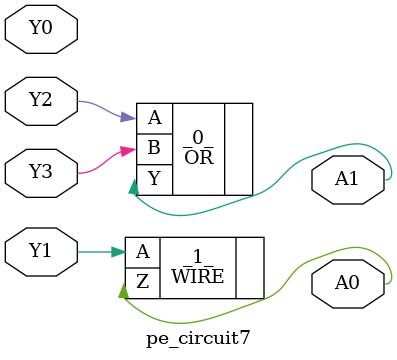
<source format=v>
/* Generated by Yosys 0.41+83 (git sha1 7045cf509, x86_64-w64-mingw32-g++ 13.2.1 -Os) */

/* cells_not_processed =  1  */
/* src = "pe_circuit7.v:1.1-13.10" */
module pe_circuit7(A0, A1, Y0, Y1, Y2, Y3);
  /* src = "pe_circuit7.v:4.8-4.10" */
  output A0;
  wire A0;
  /* src = "pe_circuit7.v:4.12-4.14" */
  output A1;
  wire A1;
  /* src = "pe_circuit7.v:3.7-3.9" */
  input Y0;
  wire Y0;
  /* src = "pe_circuit7.v:3.11-3.13" */
  input Y1;
  wire Y1;
  /* src = "pe_circuit7.v:3.15-3.17" */
  input Y2;
  wire Y2;
  /* src = "pe_circuit7.v:3.19-3.21" */
  input Y3;
  wire Y3;
  OR _0_ (
    .A(Y2),
    .B(Y3),
    .Y(A1)
  );
  WIRE _1_ (
    .A(Y1),
    .Z(A0)
  );
endmodule

</source>
